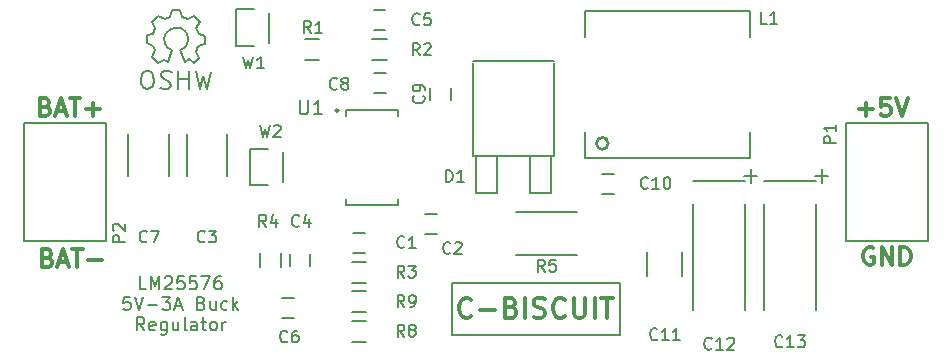
<source format=gto>
G04 #@! TF.FileFunction,Legend,Top*
%FSLAX46Y46*%
G04 Gerber Fmt 4.6, Leading zero omitted, Abs format (unit mm)*
G04 Created by KiCad (PCBNEW 0.201602020917+6532~42~ubuntu15.04.1-product) date Fri 12 Feb 2016 04:20:17 PM EST*
%MOMM*%
G01*
G04 APERTURE LIST*
%ADD10C,0.100000*%
%ADD11C,0.200000*%
%ADD12C,0.300000*%
%ADD13C,0.250000*%
%ADD14C,0.150000*%
G04 APERTURE END LIST*
D10*
D11*
X68400000Y-90800000D02*
X68400000Y-86400000D01*
X82600000Y-90800000D02*
X68400000Y-90800000D01*
X82600000Y-86400000D02*
X82600000Y-90800000D01*
X68400000Y-86400000D02*
X82600000Y-86400000D01*
X42492857Y-86957619D02*
X41969048Y-86957619D01*
X41969048Y-85857619D01*
X42859524Y-86957619D02*
X42859524Y-85857619D01*
X43226190Y-86643333D01*
X43592857Y-85857619D01*
X43592857Y-86957619D01*
X44064286Y-85962381D02*
X44116667Y-85910000D01*
X44221429Y-85857619D01*
X44483333Y-85857619D01*
X44588095Y-85910000D01*
X44640476Y-85962381D01*
X44692857Y-86067143D01*
X44692857Y-86171905D01*
X44640476Y-86329048D01*
X44011905Y-86957619D01*
X44692857Y-86957619D01*
X45688095Y-85857619D02*
X45164286Y-85857619D01*
X45111905Y-86381429D01*
X45164286Y-86329048D01*
X45269048Y-86276667D01*
X45530952Y-86276667D01*
X45635714Y-86329048D01*
X45688095Y-86381429D01*
X45740476Y-86486190D01*
X45740476Y-86748095D01*
X45688095Y-86852857D01*
X45635714Y-86905238D01*
X45530952Y-86957619D01*
X45269048Y-86957619D01*
X45164286Y-86905238D01*
X45111905Y-86852857D01*
X46735714Y-85857619D02*
X46211905Y-85857619D01*
X46159524Y-86381429D01*
X46211905Y-86329048D01*
X46316667Y-86276667D01*
X46578571Y-86276667D01*
X46683333Y-86329048D01*
X46735714Y-86381429D01*
X46788095Y-86486190D01*
X46788095Y-86748095D01*
X46735714Y-86852857D01*
X46683333Y-86905238D01*
X46578571Y-86957619D01*
X46316667Y-86957619D01*
X46211905Y-86905238D01*
X46159524Y-86852857D01*
X47154762Y-85857619D02*
X47888095Y-85857619D01*
X47416667Y-86957619D01*
X48778571Y-85857619D02*
X48569048Y-85857619D01*
X48464286Y-85910000D01*
X48411905Y-85962381D01*
X48307143Y-86119524D01*
X48254762Y-86329048D01*
X48254762Y-86748095D01*
X48307143Y-86852857D01*
X48359524Y-86905238D01*
X48464286Y-86957619D01*
X48673809Y-86957619D01*
X48778571Y-86905238D01*
X48830952Y-86852857D01*
X48883333Y-86748095D01*
X48883333Y-86486190D01*
X48830952Y-86381429D01*
X48778571Y-86329048D01*
X48673809Y-86276667D01*
X48464286Y-86276667D01*
X48359524Y-86329048D01*
X48307143Y-86381429D01*
X48254762Y-86486190D01*
X41130953Y-87597619D02*
X40607144Y-87597619D01*
X40554763Y-88121429D01*
X40607144Y-88069048D01*
X40711906Y-88016667D01*
X40973810Y-88016667D01*
X41078572Y-88069048D01*
X41130953Y-88121429D01*
X41183334Y-88226190D01*
X41183334Y-88488095D01*
X41130953Y-88592857D01*
X41078572Y-88645238D01*
X40973810Y-88697619D01*
X40711906Y-88697619D01*
X40607144Y-88645238D01*
X40554763Y-88592857D01*
X41497620Y-87597619D02*
X41864287Y-88697619D01*
X42230953Y-87597619D01*
X42597620Y-88278571D02*
X43435715Y-88278571D01*
X43854763Y-87597619D02*
X44535715Y-87597619D01*
X44169049Y-88016667D01*
X44326191Y-88016667D01*
X44430953Y-88069048D01*
X44483334Y-88121429D01*
X44535715Y-88226190D01*
X44535715Y-88488095D01*
X44483334Y-88592857D01*
X44430953Y-88645238D01*
X44326191Y-88697619D01*
X44011906Y-88697619D01*
X43907144Y-88645238D01*
X43854763Y-88592857D01*
X44954763Y-88383333D02*
X45478572Y-88383333D01*
X44850001Y-88697619D02*
X45216668Y-87597619D01*
X45583334Y-88697619D01*
X47154762Y-88121429D02*
X47311905Y-88173810D01*
X47364286Y-88226190D01*
X47416667Y-88330952D01*
X47416667Y-88488095D01*
X47364286Y-88592857D01*
X47311905Y-88645238D01*
X47207143Y-88697619D01*
X46788096Y-88697619D01*
X46788096Y-87597619D01*
X47154762Y-87597619D01*
X47259524Y-87650000D01*
X47311905Y-87702381D01*
X47364286Y-87807143D01*
X47364286Y-87911905D01*
X47311905Y-88016667D01*
X47259524Y-88069048D01*
X47154762Y-88121429D01*
X46788096Y-88121429D01*
X48359524Y-87964286D02*
X48359524Y-88697619D01*
X47888096Y-87964286D02*
X47888096Y-88540476D01*
X47940477Y-88645238D01*
X48045239Y-88697619D01*
X48202381Y-88697619D01*
X48307143Y-88645238D01*
X48359524Y-88592857D01*
X49354762Y-88645238D02*
X49250000Y-88697619D01*
X49040477Y-88697619D01*
X48935715Y-88645238D01*
X48883334Y-88592857D01*
X48830953Y-88488095D01*
X48830953Y-88173810D01*
X48883334Y-88069048D01*
X48935715Y-88016667D01*
X49040477Y-87964286D01*
X49250000Y-87964286D01*
X49354762Y-88016667D01*
X49826191Y-88697619D02*
X49826191Y-87597619D01*
X49930953Y-88278571D02*
X50245238Y-88697619D01*
X50245238Y-87964286D02*
X49826191Y-88383333D01*
X42335715Y-90437619D02*
X41969049Y-89913810D01*
X41707144Y-90437619D02*
X41707144Y-89337619D01*
X42126191Y-89337619D01*
X42230953Y-89390000D01*
X42283334Y-89442381D01*
X42335715Y-89547143D01*
X42335715Y-89704286D01*
X42283334Y-89809048D01*
X42230953Y-89861429D01*
X42126191Y-89913810D01*
X41707144Y-89913810D01*
X43226191Y-90385238D02*
X43121429Y-90437619D01*
X42911906Y-90437619D01*
X42807144Y-90385238D01*
X42754763Y-90280476D01*
X42754763Y-89861429D01*
X42807144Y-89756667D01*
X42911906Y-89704286D01*
X43121429Y-89704286D01*
X43226191Y-89756667D01*
X43278572Y-89861429D01*
X43278572Y-89966190D01*
X42754763Y-90070952D01*
X44221429Y-89704286D02*
X44221429Y-90594762D01*
X44169048Y-90699524D01*
X44116667Y-90751905D01*
X44011906Y-90804286D01*
X43854763Y-90804286D01*
X43750001Y-90751905D01*
X44221429Y-90385238D02*
X44116667Y-90437619D01*
X43907144Y-90437619D01*
X43802382Y-90385238D01*
X43750001Y-90332857D01*
X43697620Y-90228095D01*
X43697620Y-89913810D01*
X43750001Y-89809048D01*
X43802382Y-89756667D01*
X43907144Y-89704286D01*
X44116667Y-89704286D01*
X44221429Y-89756667D01*
X45216667Y-89704286D02*
X45216667Y-90437619D01*
X44745239Y-89704286D02*
X44745239Y-90280476D01*
X44797620Y-90385238D01*
X44902382Y-90437619D01*
X45059524Y-90437619D01*
X45164286Y-90385238D01*
X45216667Y-90332857D01*
X45897620Y-90437619D02*
X45792858Y-90385238D01*
X45740477Y-90280476D01*
X45740477Y-89337619D01*
X46788095Y-90437619D02*
X46788095Y-89861429D01*
X46735714Y-89756667D01*
X46630952Y-89704286D01*
X46421429Y-89704286D01*
X46316667Y-89756667D01*
X46788095Y-90385238D02*
X46683333Y-90437619D01*
X46421429Y-90437619D01*
X46316667Y-90385238D01*
X46264286Y-90280476D01*
X46264286Y-90175714D01*
X46316667Y-90070952D01*
X46421429Y-90018571D01*
X46683333Y-90018571D01*
X46788095Y-89966190D01*
X47154762Y-89704286D02*
X47573810Y-89704286D01*
X47311905Y-89337619D02*
X47311905Y-90280476D01*
X47364286Y-90385238D01*
X47469048Y-90437619D01*
X47573810Y-90437619D01*
X48097619Y-90437619D02*
X47992857Y-90385238D01*
X47940476Y-90332857D01*
X47888095Y-90228095D01*
X47888095Y-89913810D01*
X47940476Y-89809048D01*
X47992857Y-89756667D01*
X48097619Y-89704286D01*
X48254761Y-89704286D01*
X48359523Y-89756667D01*
X48411904Y-89809048D01*
X48464285Y-89913810D01*
X48464285Y-90228095D01*
X48411904Y-90332857D01*
X48359523Y-90385238D01*
X48254761Y-90437619D01*
X48097619Y-90437619D01*
X48935714Y-90437619D02*
X48935714Y-89704286D01*
X48935714Y-89913810D02*
X48988095Y-89809048D01*
X49040476Y-89756667D01*
X49145238Y-89704286D01*
X49249999Y-89704286D01*
D12*
X70016666Y-89207143D02*
X69935714Y-89288095D01*
X69692857Y-89369048D01*
X69530952Y-89369048D01*
X69288095Y-89288095D01*
X69126190Y-89126190D01*
X69045238Y-88964286D01*
X68964286Y-88640476D01*
X68964286Y-88397619D01*
X69045238Y-88073810D01*
X69126190Y-87911905D01*
X69288095Y-87750000D01*
X69530952Y-87669048D01*
X69692857Y-87669048D01*
X69935714Y-87750000D01*
X70016666Y-87830952D01*
X70745238Y-88721429D02*
X72040476Y-88721429D01*
X73416667Y-88478571D02*
X73659524Y-88559524D01*
X73740476Y-88640476D01*
X73821428Y-88802381D01*
X73821428Y-89045238D01*
X73740476Y-89207143D01*
X73659524Y-89288095D01*
X73497619Y-89369048D01*
X72850000Y-89369048D01*
X72850000Y-87669048D01*
X73416667Y-87669048D01*
X73578571Y-87750000D01*
X73659524Y-87830952D01*
X73740476Y-87992857D01*
X73740476Y-88154762D01*
X73659524Y-88316667D01*
X73578571Y-88397619D01*
X73416667Y-88478571D01*
X72850000Y-88478571D01*
X74550000Y-89369048D02*
X74550000Y-87669048D01*
X75278572Y-89288095D02*
X75521429Y-89369048D01*
X75926191Y-89369048D01*
X76088095Y-89288095D01*
X76169048Y-89207143D01*
X76250000Y-89045238D01*
X76250000Y-88883333D01*
X76169048Y-88721429D01*
X76088095Y-88640476D01*
X75926191Y-88559524D01*
X75602381Y-88478571D01*
X75440476Y-88397619D01*
X75359524Y-88316667D01*
X75278572Y-88154762D01*
X75278572Y-87992857D01*
X75359524Y-87830952D01*
X75440476Y-87750000D01*
X75602381Y-87669048D01*
X76007143Y-87669048D01*
X76250000Y-87750000D01*
X77950000Y-89207143D02*
X77869048Y-89288095D01*
X77626191Y-89369048D01*
X77464286Y-89369048D01*
X77221429Y-89288095D01*
X77059524Y-89126190D01*
X76978572Y-88964286D01*
X76897620Y-88640476D01*
X76897620Y-88397619D01*
X76978572Y-88073810D01*
X77059524Y-87911905D01*
X77221429Y-87750000D01*
X77464286Y-87669048D01*
X77626191Y-87669048D01*
X77869048Y-87750000D01*
X77950000Y-87830952D01*
X78678572Y-87669048D02*
X78678572Y-89045238D01*
X78759524Y-89207143D01*
X78840477Y-89288095D01*
X79002381Y-89369048D01*
X79326191Y-89369048D01*
X79488096Y-89288095D01*
X79569048Y-89207143D01*
X79650000Y-89045238D01*
X79650000Y-87669048D01*
X80459524Y-89369048D02*
X80459524Y-87669048D01*
X81026191Y-87669048D02*
X81997619Y-87669048D01*
X81511905Y-89369048D02*
X81511905Y-87669048D01*
X102871429Y-71707143D02*
X104014286Y-71707143D01*
X103442857Y-72278571D02*
X103442857Y-71135714D01*
X105442858Y-70778571D02*
X104728572Y-70778571D01*
X104657143Y-71492857D01*
X104728572Y-71421429D01*
X104871429Y-71350000D01*
X105228572Y-71350000D01*
X105371429Y-71421429D01*
X105442858Y-71492857D01*
X105514286Y-71635714D01*
X105514286Y-71992857D01*
X105442858Y-72135714D01*
X105371429Y-72207143D01*
X105228572Y-72278571D01*
X104871429Y-72278571D01*
X104728572Y-72207143D01*
X104657143Y-72135714D01*
X105942857Y-70778571D02*
X106442857Y-72278571D01*
X106942857Y-70778571D01*
X104057143Y-83450000D02*
X103914286Y-83378571D01*
X103700000Y-83378571D01*
X103485715Y-83450000D01*
X103342857Y-83592857D01*
X103271429Y-83735714D01*
X103200000Y-84021429D01*
X103200000Y-84235714D01*
X103271429Y-84521429D01*
X103342857Y-84664286D01*
X103485715Y-84807143D01*
X103700000Y-84878571D01*
X103842857Y-84878571D01*
X104057143Y-84807143D01*
X104128572Y-84735714D01*
X104128572Y-84235714D01*
X103842857Y-84235714D01*
X104771429Y-84878571D02*
X104771429Y-83378571D01*
X105628572Y-84878571D01*
X105628572Y-83378571D01*
X106342858Y-84878571D02*
X106342858Y-83378571D01*
X106700001Y-83378571D01*
X106914286Y-83450000D01*
X107057144Y-83592857D01*
X107128572Y-83735714D01*
X107200001Y-84021429D01*
X107200001Y-84235714D01*
X107128572Y-84521429D01*
X107057144Y-84664286D01*
X106914286Y-84807143D01*
X106700001Y-84878571D01*
X106342858Y-84878571D01*
X34164286Y-84292857D02*
X34378572Y-84364286D01*
X34450000Y-84435714D01*
X34521429Y-84578571D01*
X34521429Y-84792857D01*
X34450000Y-84935714D01*
X34378572Y-85007143D01*
X34235714Y-85078571D01*
X33664286Y-85078571D01*
X33664286Y-83578571D01*
X34164286Y-83578571D01*
X34307143Y-83650000D01*
X34378572Y-83721429D01*
X34450000Y-83864286D01*
X34450000Y-84007143D01*
X34378572Y-84150000D01*
X34307143Y-84221429D01*
X34164286Y-84292857D01*
X33664286Y-84292857D01*
X35092857Y-84650000D02*
X35807143Y-84650000D01*
X34950000Y-85078571D02*
X35450000Y-83578571D01*
X35950000Y-85078571D01*
X36235714Y-83578571D02*
X37092857Y-83578571D01*
X36664286Y-85078571D02*
X36664286Y-83578571D01*
X37592857Y-84507143D02*
X38735714Y-84507143D01*
X33964286Y-71492857D02*
X34178572Y-71564286D01*
X34250000Y-71635714D01*
X34321429Y-71778571D01*
X34321429Y-71992857D01*
X34250000Y-72135714D01*
X34178572Y-72207143D01*
X34035714Y-72278571D01*
X33464286Y-72278571D01*
X33464286Y-70778571D01*
X33964286Y-70778571D01*
X34107143Y-70850000D01*
X34178572Y-70921429D01*
X34250000Y-71064286D01*
X34250000Y-71207143D01*
X34178572Y-71350000D01*
X34107143Y-71421429D01*
X33964286Y-71492857D01*
X33464286Y-71492857D01*
X34892857Y-71850000D02*
X35607143Y-71850000D01*
X34750000Y-72278571D02*
X35250000Y-70778571D01*
X35750000Y-72278571D01*
X36035714Y-70778571D02*
X36892857Y-70778571D01*
X36464286Y-72278571D02*
X36464286Y-70778571D01*
X37392857Y-71707143D02*
X38535714Y-71707143D01*
X37964285Y-72278571D02*
X37964285Y-71135714D01*
D13*
X81600000Y-74600000D02*
G75*
G03X81600000Y-74600000I-500000J0D01*
G01*
D14*
X79600000Y-65600000D02*
X79600000Y-63350000D01*
X79597918Y-63350000D02*
X93602231Y-63350000D01*
X93600000Y-63350000D02*
X93600000Y-65600000D01*
X93602231Y-75850000D02*
X79597918Y-75850000D01*
X79600000Y-75850000D02*
X79600000Y-73600000D01*
X93600000Y-73600000D02*
X93600000Y-75850000D01*
X60000000Y-83850000D02*
X61000000Y-83850000D01*
X61000000Y-82150000D02*
X60000000Y-82150000D01*
X66100000Y-82250000D02*
X67100000Y-82250000D01*
X67100000Y-80550000D02*
X66100000Y-80550000D01*
X49350000Y-77365000D02*
X49350000Y-73765000D01*
X45900000Y-73765000D02*
X45900000Y-77365000D01*
X56350000Y-85000000D02*
X56350000Y-84000000D01*
X54650000Y-84000000D02*
X54650000Y-85000000D01*
X62730000Y-63285000D02*
X61730000Y-63285000D01*
X61730000Y-64985000D02*
X62730000Y-64985000D01*
X55000000Y-87650000D02*
X54000000Y-87650000D01*
X54000000Y-89350000D02*
X55000000Y-89350000D01*
X44430000Y-77365000D02*
X44430000Y-73765000D01*
X40980000Y-73765000D02*
X40980000Y-77365000D01*
X62750000Y-68650000D02*
X61750000Y-68650000D01*
X61750000Y-70350000D02*
X62750000Y-70350000D01*
X68250000Y-70900000D02*
X68250000Y-69900000D01*
X66550000Y-69900000D02*
X66550000Y-70900000D01*
X82100000Y-77150000D02*
X81100000Y-77150000D01*
X81100000Y-78850000D02*
X82100000Y-78850000D01*
X87875000Y-85800000D02*
X87875000Y-83800000D01*
X84925000Y-83800000D02*
X84925000Y-85800000D01*
X93199640Y-77796660D02*
X88800360Y-77796660D01*
X88800360Y-79699120D02*
X88800360Y-88700880D01*
X93199640Y-88700880D02*
X93199640Y-79699120D01*
X94202940Y-77342000D02*
X93103120Y-77342000D01*
X93702560Y-76742560D02*
X93702560Y-77941440D01*
X74997000Y-75626000D02*
X74997000Y-78801000D01*
X74997000Y-78801000D02*
X76775000Y-78801000D01*
X76775000Y-78801000D02*
X76775000Y-75626000D01*
X70425000Y-75626000D02*
X70425000Y-78801000D01*
X70425000Y-78801000D02*
X72203000Y-78801000D01*
X72203000Y-78801000D02*
X72203000Y-75626000D01*
X77029000Y-69530000D02*
X77029000Y-75626000D01*
X77029000Y-75626000D02*
X70171000Y-75626000D01*
X70171000Y-75626000D02*
X70171000Y-67752000D01*
X70171000Y-67625000D02*
X77029000Y-67625000D01*
X77029000Y-67752000D02*
X77029000Y-69530000D01*
X101700000Y-72900000D02*
X101700000Y-82900000D01*
X108700000Y-72900000D02*
X108700000Y-82900000D01*
X108700000Y-72900000D02*
X101700000Y-72900000D01*
X108700000Y-82900000D02*
X101700000Y-82900000D01*
X32100000Y-72900000D02*
X32100000Y-82900000D01*
X39100000Y-72900000D02*
X39100000Y-82900000D01*
X39100000Y-72900000D02*
X32100000Y-72900000D01*
X39100000Y-82900000D02*
X32100000Y-82900000D01*
X57115000Y-67550000D02*
X55915000Y-67550000D01*
X55915000Y-65800000D02*
X57115000Y-65800000D01*
X62830000Y-67550000D02*
X61630000Y-67550000D01*
X61630000Y-65800000D02*
X62830000Y-65800000D01*
X61100000Y-86375000D02*
X59900000Y-86375000D01*
X59900000Y-84625000D02*
X61100000Y-84625000D01*
X52125000Y-85100000D02*
X52125000Y-83900000D01*
X53875000Y-83900000D02*
X53875000Y-85100000D01*
X73800000Y-80375000D02*
X79000000Y-80375000D01*
X79000000Y-84025000D02*
X73800000Y-84025000D01*
X59900000Y-89625000D02*
X61100000Y-89625000D01*
X61100000Y-91375000D02*
X59900000Y-91375000D01*
X61100000Y-88875000D02*
X59900000Y-88875000D01*
X59900000Y-87125000D02*
X61100000Y-87125000D01*
D13*
X58735000Y-71800000D02*
G75*
G03X58735000Y-71800000I-100000J0D01*
G01*
D14*
X59435000Y-71800000D02*
X63835000Y-71800000D01*
X63835000Y-71800000D02*
X63835000Y-72300000D01*
X59435000Y-79800000D02*
X63835000Y-79800000D01*
X59435000Y-72300000D02*
X59435000Y-71800000D01*
X63835000Y-79300000D02*
X63835000Y-79800000D01*
X59435000Y-79800000D02*
X59435000Y-79300000D01*
X52870000Y-66070000D02*
X52870000Y-63530000D01*
X50050000Y-63250000D02*
X51600000Y-63250000D01*
X50050000Y-63250000D02*
X50050000Y-66350000D01*
X50050000Y-66350000D02*
X51600000Y-66350000D01*
X54070000Y-77870000D02*
X54070000Y-75330000D01*
X51250000Y-75050000D02*
X52800000Y-75050000D01*
X51250000Y-75050000D02*
X51250000Y-78150000D01*
X51250000Y-78150000D02*
X52800000Y-78150000D01*
X99199640Y-77796660D02*
X94800360Y-77796660D01*
X94800360Y-79699120D02*
X94800360Y-88700880D01*
X99199640Y-88700880D02*
X99199640Y-79699120D01*
X100202940Y-77342000D02*
X99103120Y-77342000D01*
X99702560Y-76742560D02*
X99702560Y-77941440D01*
X46668780Y-68489860D02*
X47029460Y-69960520D01*
X47029460Y-69960520D02*
X47308860Y-68898800D01*
X47308860Y-68898800D02*
X47618740Y-69970680D01*
X47618740Y-69970680D02*
X47959100Y-68520340D01*
X45248920Y-69180740D02*
X46038860Y-69170580D01*
X46038860Y-69170580D02*
X46049020Y-69180740D01*
X46049020Y-69180740D02*
X46049020Y-69170580D01*
X46089660Y-68459380D02*
X46089660Y-70001160D01*
X45200660Y-68449220D02*
X45200660Y-70018940D01*
X45200660Y-70018940D02*
X45210820Y-70008780D01*
X44649480Y-68550820D02*
X44298960Y-68469540D01*
X44298960Y-68469540D02*
X43978920Y-68459380D01*
X43978920Y-68459380D02*
X43740160Y-68660040D01*
X43740160Y-68660040D02*
X43709680Y-68929280D01*
X43709680Y-68929280D02*
X43950980Y-69170580D01*
X43950980Y-69170580D02*
X44339600Y-69300120D01*
X44339600Y-69300120D02*
X44519940Y-69460140D01*
X44519940Y-69460140D02*
X44560580Y-69759860D01*
X44560580Y-69759860D02*
X44329440Y-69980840D01*
X44329440Y-69980840D02*
X44009400Y-70008780D01*
X44009400Y-70008780D02*
X43658880Y-69899560D01*
X42620020Y-68449220D02*
X42371100Y-68469540D01*
X42371100Y-68469540D02*
X42129800Y-68710840D01*
X42129800Y-68710840D02*
X42040900Y-69201060D01*
X42040900Y-69201060D02*
X42068840Y-69549040D01*
X42068840Y-69549040D02*
X42269500Y-69869080D01*
X42269500Y-69869080D02*
X42520960Y-69991000D01*
X42520960Y-69991000D02*
X42830840Y-69919880D01*
X42830840Y-69919880D02*
X43049280Y-69739540D01*
X43049280Y-69739540D02*
X43120400Y-69279800D01*
X43120400Y-69279800D02*
X43069600Y-68870860D01*
X43069600Y-68870860D02*
X42960380Y-68588920D01*
X42960380Y-68588920D02*
X42599700Y-68459380D01*
X43219460Y-66729640D02*
X42960380Y-67290980D01*
X42960380Y-67290980D02*
X43498860Y-67809140D01*
X43498860Y-67809140D02*
X44019560Y-67539900D01*
X44019560Y-67539900D02*
X44298960Y-67699920D01*
X45739140Y-67679600D02*
X46069340Y-67489100D01*
X46069340Y-67489100D02*
X46508760Y-67819300D01*
X46508760Y-67819300D02*
X46981200Y-67329080D01*
X46981200Y-67329080D02*
X46699260Y-66849020D01*
X46699260Y-66849020D02*
X46889760Y-66379120D01*
X46889760Y-66379120D02*
X47499360Y-66191160D01*
X47499360Y-66191160D02*
X47499360Y-65510440D01*
X47499360Y-65510440D02*
X46940560Y-65370740D01*
X46940560Y-65370740D02*
X46739900Y-64799240D01*
X46739900Y-64799240D02*
X47009140Y-64329340D01*
X47009140Y-64329340D02*
X46539240Y-63818800D01*
X46539240Y-63818800D02*
X46021080Y-64080420D01*
X46021080Y-64080420D02*
X45551180Y-63879760D01*
X45551180Y-63879760D02*
X45381000Y-63338740D01*
X45381000Y-63338740D02*
X44690120Y-63320960D01*
X44690120Y-63320960D02*
X44479300Y-63869600D01*
X44479300Y-63869600D02*
X44060200Y-64039780D01*
X44060200Y-64039780D02*
X43509020Y-63770540D01*
X43509020Y-63770540D02*
X42990860Y-64298860D01*
X42990860Y-64298860D02*
X43239780Y-64839880D01*
X43239780Y-64839880D02*
X43069600Y-65319940D01*
X43069600Y-65319940D02*
X42520960Y-65419000D01*
X42520960Y-65419000D02*
X42510800Y-66120040D01*
X42510800Y-66120040D02*
X43069600Y-66320700D01*
X43069600Y-66320700D02*
X43209300Y-66719480D01*
X45350520Y-66699160D02*
X45650240Y-66549300D01*
X45650240Y-66549300D02*
X45850900Y-66351180D01*
X45850900Y-66351180D02*
X46000760Y-65949860D01*
X46000760Y-65949860D02*
X46000760Y-65551080D01*
X46000760Y-65551080D02*
X45850900Y-65200560D01*
X45850900Y-65200560D02*
X45398780Y-64850040D01*
X45398780Y-64850040D02*
X44949200Y-64799240D01*
X44949200Y-64799240D02*
X44550420Y-64900840D01*
X44550420Y-64900840D02*
X44149100Y-65248820D01*
X44149100Y-65248820D02*
X43999240Y-65700940D01*
X43999240Y-65700940D02*
X44050040Y-66198780D01*
X44050040Y-66198780D02*
X44298960Y-66501040D01*
X44298960Y-66501040D02*
X44649480Y-66699160D01*
X44649480Y-66699160D02*
X44298960Y-67699920D01*
X45350520Y-66699160D02*
X45749300Y-67699920D01*
X95033334Y-64452381D02*
X94557143Y-64452381D01*
X94557143Y-63452381D01*
X95890477Y-64452381D02*
X95319048Y-64452381D01*
X95604762Y-64452381D02*
X95604762Y-63452381D01*
X95509524Y-63595238D01*
X95414286Y-63690476D01*
X95319048Y-63738095D01*
X64333334Y-83357143D02*
X64285715Y-83404762D01*
X64142858Y-83452381D01*
X64047620Y-83452381D01*
X63904762Y-83404762D01*
X63809524Y-83309524D01*
X63761905Y-83214286D01*
X63714286Y-83023810D01*
X63714286Y-82880952D01*
X63761905Y-82690476D01*
X63809524Y-82595238D01*
X63904762Y-82500000D01*
X64047620Y-82452381D01*
X64142858Y-82452381D01*
X64285715Y-82500000D01*
X64333334Y-82547619D01*
X65285715Y-83452381D02*
X64714286Y-83452381D01*
X65000000Y-83452381D02*
X65000000Y-82452381D01*
X64904762Y-82595238D01*
X64809524Y-82690476D01*
X64714286Y-82738095D01*
X68233334Y-83857143D02*
X68185715Y-83904762D01*
X68042858Y-83952381D01*
X67947620Y-83952381D01*
X67804762Y-83904762D01*
X67709524Y-83809524D01*
X67661905Y-83714286D01*
X67614286Y-83523810D01*
X67614286Y-83380952D01*
X67661905Y-83190476D01*
X67709524Y-83095238D01*
X67804762Y-83000000D01*
X67947620Y-82952381D01*
X68042858Y-82952381D01*
X68185715Y-83000000D01*
X68233334Y-83047619D01*
X68614286Y-83047619D02*
X68661905Y-83000000D01*
X68757143Y-82952381D01*
X68995239Y-82952381D01*
X69090477Y-83000000D01*
X69138096Y-83047619D01*
X69185715Y-83142857D01*
X69185715Y-83238095D01*
X69138096Y-83380952D01*
X68566667Y-83952381D01*
X69185715Y-83952381D01*
X47458334Y-82882143D02*
X47410715Y-82929762D01*
X47267858Y-82977381D01*
X47172620Y-82977381D01*
X47029762Y-82929762D01*
X46934524Y-82834524D01*
X46886905Y-82739286D01*
X46839286Y-82548810D01*
X46839286Y-82405952D01*
X46886905Y-82215476D01*
X46934524Y-82120238D01*
X47029762Y-82025000D01*
X47172620Y-81977381D01*
X47267858Y-81977381D01*
X47410715Y-82025000D01*
X47458334Y-82072619D01*
X47791667Y-81977381D02*
X48410715Y-81977381D01*
X48077381Y-82358333D01*
X48220239Y-82358333D01*
X48315477Y-82405952D01*
X48363096Y-82453571D01*
X48410715Y-82548810D01*
X48410715Y-82786905D01*
X48363096Y-82882143D01*
X48315477Y-82929762D01*
X48220239Y-82977381D01*
X47934524Y-82977381D01*
X47839286Y-82929762D01*
X47791667Y-82882143D01*
X55433334Y-81557143D02*
X55385715Y-81604762D01*
X55242858Y-81652381D01*
X55147620Y-81652381D01*
X55004762Y-81604762D01*
X54909524Y-81509524D01*
X54861905Y-81414286D01*
X54814286Y-81223810D01*
X54814286Y-81080952D01*
X54861905Y-80890476D01*
X54909524Y-80795238D01*
X55004762Y-80700000D01*
X55147620Y-80652381D01*
X55242858Y-80652381D01*
X55385715Y-80700000D01*
X55433334Y-80747619D01*
X56290477Y-80985714D02*
X56290477Y-81652381D01*
X56052381Y-80604762D02*
X55814286Y-81319048D01*
X56433334Y-81319048D01*
X65633334Y-64492143D02*
X65585715Y-64539762D01*
X65442858Y-64587381D01*
X65347620Y-64587381D01*
X65204762Y-64539762D01*
X65109524Y-64444524D01*
X65061905Y-64349286D01*
X65014286Y-64158810D01*
X65014286Y-64015952D01*
X65061905Y-63825476D01*
X65109524Y-63730238D01*
X65204762Y-63635000D01*
X65347620Y-63587381D01*
X65442858Y-63587381D01*
X65585715Y-63635000D01*
X65633334Y-63682619D01*
X66538096Y-63587381D02*
X66061905Y-63587381D01*
X66014286Y-64063571D01*
X66061905Y-64015952D01*
X66157143Y-63968333D01*
X66395239Y-63968333D01*
X66490477Y-64015952D01*
X66538096Y-64063571D01*
X66585715Y-64158810D01*
X66585715Y-64396905D01*
X66538096Y-64492143D01*
X66490477Y-64539762D01*
X66395239Y-64587381D01*
X66157143Y-64587381D01*
X66061905Y-64539762D01*
X66014286Y-64492143D01*
X54433334Y-91357143D02*
X54385715Y-91404762D01*
X54242858Y-91452381D01*
X54147620Y-91452381D01*
X54004762Y-91404762D01*
X53909524Y-91309524D01*
X53861905Y-91214286D01*
X53814286Y-91023810D01*
X53814286Y-90880952D01*
X53861905Y-90690476D01*
X53909524Y-90595238D01*
X54004762Y-90500000D01*
X54147620Y-90452381D01*
X54242858Y-90452381D01*
X54385715Y-90500000D01*
X54433334Y-90547619D01*
X55290477Y-90452381D02*
X55100000Y-90452381D01*
X55004762Y-90500000D01*
X54957143Y-90547619D01*
X54861905Y-90690476D01*
X54814286Y-90880952D01*
X54814286Y-91261905D01*
X54861905Y-91357143D01*
X54909524Y-91404762D01*
X55004762Y-91452381D01*
X55195239Y-91452381D01*
X55290477Y-91404762D01*
X55338096Y-91357143D01*
X55385715Y-91261905D01*
X55385715Y-91023810D01*
X55338096Y-90928571D01*
X55290477Y-90880952D01*
X55195239Y-90833333D01*
X55004762Y-90833333D01*
X54909524Y-90880952D01*
X54861905Y-90928571D01*
X54814286Y-91023810D01*
X42538334Y-82882143D02*
X42490715Y-82929762D01*
X42347858Y-82977381D01*
X42252620Y-82977381D01*
X42109762Y-82929762D01*
X42014524Y-82834524D01*
X41966905Y-82739286D01*
X41919286Y-82548810D01*
X41919286Y-82405952D01*
X41966905Y-82215476D01*
X42014524Y-82120238D01*
X42109762Y-82025000D01*
X42252620Y-81977381D01*
X42347858Y-81977381D01*
X42490715Y-82025000D01*
X42538334Y-82072619D01*
X42871667Y-81977381D02*
X43538334Y-81977381D01*
X43109762Y-82977381D01*
X58633334Y-69957143D02*
X58585715Y-70004762D01*
X58442858Y-70052381D01*
X58347620Y-70052381D01*
X58204762Y-70004762D01*
X58109524Y-69909524D01*
X58061905Y-69814286D01*
X58014286Y-69623810D01*
X58014286Y-69480952D01*
X58061905Y-69290476D01*
X58109524Y-69195238D01*
X58204762Y-69100000D01*
X58347620Y-69052381D01*
X58442858Y-69052381D01*
X58585715Y-69100000D01*
X58633334Y-69147619D01*
X59204762Y-69480952D02*
X59109524Y-69433333D01*
X59061905Y-69385714D01*
X59014286Y-69290476D01*
X59014286Y-69242857D01*
X59061905Y-69147619D01*
X59109524Y-69100000D01*
X59204762Y-69052381D01*
X59395239Y-69052381D01*
X59490477Y-69100000D01*
X59538096Y-69147619D01*
X59585715Y-69242857D01*
X59585715Y-69290476D01*
X59538096Y-69385714D01*
X59490477Y-69433333D01*
X59395239Y-69480952D01*
X59204762Y-69480952D01*
X59109524Y-69528571D01*
X59061905Y-69576190D01*
X59014286Y-69671429D01*
X59014286Y-69861905D01*
X59061905Y-69957143D01*
X59109524Y-70004762D01*
X59204762Y-70052381D01*
X59395239Y-70052381D01*
X59490477Y-70004762D01*
X59538096Y-69957143D01*
X59585715Y-69861905D01*
X59585715Y-69671429D01*
X59538096Y-69576190D01*
X59490477Y-69528571D01*
X59395239Y-69480952D01*
X65957143Y-70566666D02*
X66004762Y-70614285D01*
X66052381Y-70757142D01*
X66052381Y-70852380D01*
X66004762Y-70995238D01*
X65909524Y-71090476D01*
X65814286Y-71138095D01*
X65623810Y-71185714D01*
X65480952Y-71185714D01*
X65290476Y-71138095D01*
X65195238Y-71090476D01*
X65100000Y-70995238D01*
X65052381Y-70852380D01*
X65052381Y-70757142D01*
X65100000Y-70614285D01*
X65147619Y-70566666D01*
X66052381Y-70090476D02*
X66052381Y-69900000D01*
X66004762Y-69804761D01*
X65957143Y-69757142D01*
X65814286Y-69661904D01*
X65623810Y-69614285D01*
X65242857Y-69614285D01*
X65147619Y-69661904D01*
X65100000Y-69709523D01*
X65052381Y-69804761D01*
X65052381Y-69995238D01*
X65100000Y-70090476D01*
X65147619Y-70138095D01*
X65242857Y-70185714D01*
X65480952Y-70185714D01*
X65576190Y-70138095D01*
X65623810Y-70090476D01*
X65671429Y-69995238D01*
X65671429Y-69804761D01*
X65623810Y-69709523D01*
X65576190Y-69661904D01*
X65480952Y-69614285D01*
X84957143Y-78357143D02*
X84909524Y-78404762D01*
X84766667Y-78452381D01*
X84671429Y-78452381D01*
X84528571Y-78404762D01*
X84433333Y-78309524D01*
X84385714Y-78214286D01*
X84338095Y-78023810D01*
X84338095Y-77880952D01*
X84385714Y-77690476D01*
X84433333Y-77595238D01*
X84528571Y-77500000D01*
X84671429Y-77452381D01*
X84766667Y-77452381D01*
X84909524Y-77500000D01*
X84957143Y-77547619D01*
X85909524Y-78452381D02*
X85338095Y-78452381D01*
X85623809Y-78452381D02*
X85623809Y-77452381D01*
X85528571Y-77595238D01*
X85433333Y-77690476D01*
X85338095Y-77738095D01*
X86528571Y-77452381D02*
X86623810Y-77452381D01*
X86719048Y-77500000D01*
X86766667Y-77547619D01*
X86814286Y-77642857D01*
X86861905Y-77833333D01*
X86861905Y-78071429D01*
X86814286Y-78261905D01*
X86766667Y-78357143D01*
X86719048Y-78404762D01*
X86623810Y-78452381D01*
X86528571Y-78452381D01*
X86433333Y-78404762D01*
X86385714Y-78357143D01*
X86338095Y-78261905D01*
X86290476Y-78071429D01*
X86290476Y-77833333D01*
X86338095Y-77642857D01*
X86385714Y-77547619D01*
X86433333Y-77500000D01*
X86528571Y-77452381D01*
X85757143Y-91157143D02*
X85709524Y-91204762D01*
X85566667Y-91252381D01*
X85471429Y-91252381D01*
X85328571Y-91204762D01*
X85233333Y-91109524D01*
X85185714Y-91014286D01*
X85138095Y-90823810D01*
X85138095Y-90680952D01*
X85185714Y-90490476D01*
X85233333Y-90395238D01*
X85328571Y-90300000D01*
X85471429Y-90252381D01*
X85566667Y-90252381D01*
X85709524Y-90300000D01*
X85757143Y-90347619D01*
X86709524Y-91252381D02*
X86138095Y-91252381D01*
X86423809Y-91252381D02*
X86423809Y-90252381D01*
X86328571Y-90395238D01*
X86233333Y-90490476D01*
X86138095Y-90538095D01*
X87661905Y-91252381D02*
X87090476Y-91252381D01*
X87376190Y-91252381D02*
X87376190Y-90252381D01*
X87280952Y-90395238D01*
X87185714Y-90490476D01*
X87090476Y-90538095D01*
X90357143Y-91957143D02*
X90309524Y-92004762D01*
X90166667Y-92052381D01*
X90071429Y-92052381D01*
X89928571Y-92004762D01*
X89833333Y-91909524D01*
X89785714Y-91814286D01*
X89738095Y-91623810D01*
X89738095Y-91480952D01*
X89785714Y-91290476D01*
X89833333Y-91195238D01*
X89928571Y-91100000D01*
X90071429Y-91052381D01*
X90166667Y-91052381D01*
X90309524Y-91100000D01*
X90357143Y-91147619D01*
X91309524Y-92052381D02*
X90738095Y-92052381D01*
X91023809Y-92052381D02*
X91023809Y-91052381D01*
X90928571Y-91195238D01*
X90833333Y-91290476D01*
X90738095Y-91338095D01*
X91690476Y-91147619D02*
X91738095Y-91100000D01*
X91833333Y-91052381D01*
X92071429Y-91052381D01*
X92166667Y-91100000D01*
X92214286Y-91147619D01*
X92261905Y-91242857D01*
X92261905Y-91338095D01*
X92214286Y-91480952D01*
X91642857Y-92052381D01*
X92261905Y-92052381D01*
X67861905Y-77852381D02*
X67861905Y-76852381D01*
X68100000Y-76852381D01*
X68242858Y-76900000D01*
X68338096Y-76995238D01*
X68385715Y-77090476D01*
X68433334Y-77280952D01*
X68433334Y-77423810D01*
X68385715Y-77614286D01*
X68338096Y-77709524D01*
X68242858Y-77804762D01*
X68100000Y-77852381D01*
X67861905Y-77852381D01*
X69385715Y-77852381D02*
X68814286Y-77852381D01*
X69100000Y-77852381D02*
X69100000Y-76852381D01*
X69004762Y-76995238D01*
X68909524Y-77090476D01*
X68814286Y-77138095D01*
X100852381Y-74538095D02*
X99852381Y-74538095D01*
X99852381Y-74157142D01*
X99900000Y-74061904D01*
X99947619Y-74014285D01*
X100042857Y-73966666D01*
X100185714Y-73966666D01*
X100280952Y-74014285D01*
X100328571Y-74061904D01*
X100376190Y-74157142D01*
X100376190Y-74538095D01*
X100852381Y-73014285D02*
X100852381Y-73585714D01*
X100852381Y-73300000D02*
X99852381Y-73300000D01*
X99995238Y-73395238D01*
X100090476Y-73490476D01*
X100138095Y-73585714D01*
X40652381Y-82938095D02*
X39652381Y-82938095D01*
X39652381Y-82557142D01*
X39700000Y-82461904D01*
X39747619Y-82414285D01*
X39842857Y-82366666D01*
X39985714Y-82366666D01*
X40080952Y-82414285D01*
X40128571Y-82461904D01*
X40176190Y-82557142D01*
X40176190Y-82938095D01*
X39747619Y-81985714D02*
X39700000Y-81938095D01*
X39652381Y-81842857D01*
X39652381Y-81604761D01*
X39700000Y-81509523D01*
X39747619Y-81461904D01*
X39842857Y-81414285D01*
X39938095Y-81414285D01*
X40080952Y-81461904D01*
X40652381Y-82033333D01*
X40652381Y-81414285D01*
X56433334Y-65252381D02*
X56100000Y-64776190D01*
X55861905Y-65252381D02*
X55861905Y-64252381D01*
X56242858Y-64252381D01*
X56338096Y-64300000D01*
X56385715Y-64347619D01*
X56433334Y-64442857D01*
X56433334Y-64585714D01*
X56385715Y-64680952D01*
X56338096Y-64728571D01*
X56242858Y-64776190D01*
X55861905Y-64776190D01*
X57385715Y-65252381D02*
X56814286Y-65252381D01*
X57100000Y-65252381D02*
X57100000Y-64252381D01*
X57004762Y-64395238D01*
X56909524Y-64490476D01*
X56814286Y-64538095D01*
X65633334Y-67127381D02*
X65300000Y-66651190D01*
X65061905Y-67127381D02*
X65061905Y-66127381D01*
X65442858Y-66127381D01*
X65538096Y-66175000D01*
X65585715Y-66222619D01*
X65633334Y-66317857D01*
X65633334Y-66460714D01*
X65585715Y-66555952D01*
X65538096Y-66603571D01*
X65442858Y-66651190D01*
X65061905Y-66651190D01*
X66014286Y-66222619D02*
X66061905Y-66175000D01*
X66157143Y-66127381D01*
X66395239Y-66127381D01*
X66490477Y-66175000D01*
X66538096Y-66222619D01*
X66585715Y-66317857D01*
X66585715Y-66413095D01*
X66538096Y-66555952D01*
X65966667Y-67127381D01*
X66585715Y-67127381D01*
X64333334Y-85952381D02*
X64000000Y-85476190D01*
X63761905Y-85952381D02*
X63761905Y-84952381D01*
X64142858Y-84952381D01*
X64238096Y-85000000D01*
X64285715Y-85047619D01*
X64333334Y-85142857D01*
X64333334Y-85285714D01*
X64285715Y-85380952D01*
X64238096Y-85428571D01*
X64142858Y-85476190D01*
X63761905Y-85476190D01*
X64666667Y-84952381D02*
X65285715Y-84952381D01*
X64952381Y-85333333D01*
X65095239Y-85333333D01*
X65190477Y-85380952D01*
X65238096Y-85428571D01*
X65285715Y-85523810D01*
X65285715Y-85761905D01*
X65238096Y-85857143D01*
X65190477Y-85904762D01*
X65095239Y-85952381D01*
X64809524Y-85952381D01*
X64714286Y-85904762D01*
X64666667Y-85857143D01*
X52633334Y-81652381D02*
X52300000Y-81176190D01*
X52061905Y-81652381D02*
X52061905Y-80652381D01*
X52442858Y-80652381D01*
X52538096Y-80700000D01*
X52585715Y-80747619D01*
X52633334Y-80842857D01*
X52633334Y-80985714D01*
X52585715Y-81080952D01*
X52538096Y-81128571D01*
X52442858Y-81176190D01*
X52061905Y-81176190D01*
X53490477Y-80985714D02*
X53490477Y-81652381D01*
X53252381Y-80604762D02*
X53014286Y-81319048D01*
X53633334Y-81319048D01*
X76233334Y-85452381D02*
X75900000Y-84976190D01*
X75661905Y-85452381D02*
X75661905Y-84452381D01*
X76042858Y-84452381D01*
X76138096Y-84500000D01*
X76185715Y-84547619D01*
X76233334Y-84642857D01*
X76233334Y-84785714D01*
X76185715Y-84880952D01*
X76138096Y-84928571D01*
X76042858Y-84976190D01*
X75661905Y-84976190D01*
X77138096Y-84452381D02*
X76661905Y-84452381D01*
X76614286Y-84928571D01*
X76661905Y-84880952D01*
X76757143Y-84833333D01*
X76995239Y-84833333D01*
X77090477Y-84880952D01*
X77138096Y-84928571D01*
X77185715Y-85023810D01*
X77185715Y-85261905D01*
X77138096Y-85357143D01*
X77090477Y-85404762D01*
X76995239Y-85452381D01*
X76757143Y-85452381D01*
X76661905Y-85404762D01*
X76614286Y-85357143D01*
X64333334Y-90952381D02*
X64000000Y-90476190D01*
X63761905Y-90952381D02*
X63761905Y-89952381D01*
X64142858Y-89952381D01*
X64238096Y-90000000D01*
X64285715Y-90047619D01*
X64333334Y-90142857D01*
X64333334Y-90285714D01*
X64285715Y-90380952D01*
X64238096Y-90428571D01*
X64142858Y-90476190D01*
X63761905Y-90476190D01*
X64904762Y-90380952D02*
X64809524Y-90333333D01*
X64761905Y-90285714D01*
X64714286Y-90190476D01*
X64714286Y-90142857D01*
X64761905Y-90047619D01*
X64809524Y-90000000D01*
X64904762Y-89952381D01*
X65095239Y-89952381D01*
X65190477Y-90000000D01*
X65238096Y-90047619D01*
X65285715Y-90142857D01*
X65285715Y-90190476D01*
X65238096Y-90285714D01*
X65190477Y-90333333D01*
X65095239Y-90380952D01*
X64904762Y-90380952D01*
X64809524Y-90428571D01*
X64761905Y-90476190D01*
X64714286Y-90571429D01*
X64714286Y-90761905D01*
X64761905Y-90857143D01*
X64809524Y-90904762D01*
X64904762Y-90952381D01*
X65095239Y-90952381D01*
X65190477Y-90904762D01*
X65238096Y-90857143D01*
X65285715Y-90761905D01*
X65285715Y-90571429D01*
X65238096Y-90476190D01*
X65190477Y-90428571D01*
X65095239Y-90380952D01*
X64333334Y-88452381D02*
X64000000Y-87976190D01*
X63761905Y-88452381D02*
X63761905Y-87452381D01*
X64142858Y-87452381D01*
X64238096Y-87500000D01*
X64285715Y-87547619D01*
X64333334Y-87642857D01*
X64333334Y-87785714D01*
X64285715Y-87880952D01*
X64238096Y-87928571D01*
X64142858Y-87976190D01*
X63761905Y-87976190D01*
X64809524Y-88452381D02*
X65000000Y-88452381D01*
X65095239Y-88404762D01*
X65142858Y-88357143D01*
X65238096Y-88214286D01*
X65285715Y-88023810D01*
X65285715Y-87642857D01*
X65238096Y-87547619D01*
X65190477Y-87500000D01*
X65095239Y-87452381D01*
X64904762Y-87452381D01*
X64809524Y-87500000D01*
X64761905Y-87547619D01*
X64714286Y-87642857D01*
X64714286Y-87880952D01*
X64761905Y-87976190D01*
X64809524Y-88023810D01*
X64904762Y-88071429D01*
X65095239Y-88071429D01*
X65190477Y-88023810D01*
X65238096Y-87976190D01*
X65285715Y-87880952D01*
X55485714Y-70942857D02*
X55485714Y-71914286D01*
X55542857Y-72028571D01*
X55600000Y-72085714D01*
X55714286Y-72142857D01*
X55942857Y-72142857D01*
X56057143Y-72085714D01*
X56114286Y-72028571D01*
X56171429Y-71914286D01*
X56171429Y-70942857D01*
X57371429Y-72142857D02*
X56685714Y-72142857D01*
X57028572Y-72142857D02*
X57028572Y-70942857D01*
X56914286Y-71114286D01*
X56800000Y-71228571D01*
X56685714Y-71285714D01*
X50695238Y-67252381D02*
X50933333Y-68252381D01*
X51123810Y-67538095D01*
X51314286Y-68252381D01*
X51552381Y-67252381D01*
X52457143Y-68252381D02*
X51885714Y-68252381D01*
X52171428Y-68252381D02*
X52171428Y-67252381D01*
X52076190Y-67395238D01*
X51980952Y-67490476D01*
X51885714Y-67538095D01*
X52095238Y-73052381D02*
X52333333Y-74052381D01*
X52523810Y-73338095D01*
X52714286Y-74052381D01*
X52952381Y-73052381D01*
X53285714Y-73147619D02*
X53333333Y-73100000D01*
X53428571Y-73052381D01*
X53666667Y-73052381D01*
X53761905Y-73100000D01*
X53809524Y-73147619D01*
X53857143Y-73242857D01*
X53857143Y-73338095D01*
X53809524Y-73480952D01*
X53238095Y-74052381D01*
X53857143Y-74052381D01*
X96357143Y-91757143D02*
X96309524Y-91804762D01*
X96166667Y-91852381D01*
X96071429Y-91852381D01*
X95928571Y-91804762D01*
X95833333Y-91709524D01*
X95785714Y-91614286D01*
X95738095Y-91423810D01*
X95738095Y-91280952D01*
X95785714Y-91090476D01*
X95833333Y-90995238D01*
X95928571Y-90900000D01*
X96071429Y-90852381D01*
X96166667Y-90852381D01*
X96309524Y-90900000D01*
X96357143Y-90947619D01*
X97309524Y-91852381D02*
X96738095Y-91852381D01*
X97023809Y-91852381D02*
X97023809Y-90852381D01*
X96928571Y-90995238D01*
X96833333Y-91090476D01*
X96738095Y-91138095D01*
X97642857Y-90852381D02*
X98261905Y-90852381D01*
X97928571Y-91233333D01*
X98071429Y-91233333D01*
X98166667Y-91280952D01*
X98214286Y-91328571D01*
X98261905Y-91423810D01*
X98261905Y-91661905D01*
X98214286Y-91757143D01*
X98166667Y-91804762D01*
X98071429Y-91852381D01*
X97785714Y-91852381D01*
X97690476Y-91804762D01*
X97642857Y-91757143D01*
M02*

</source>
